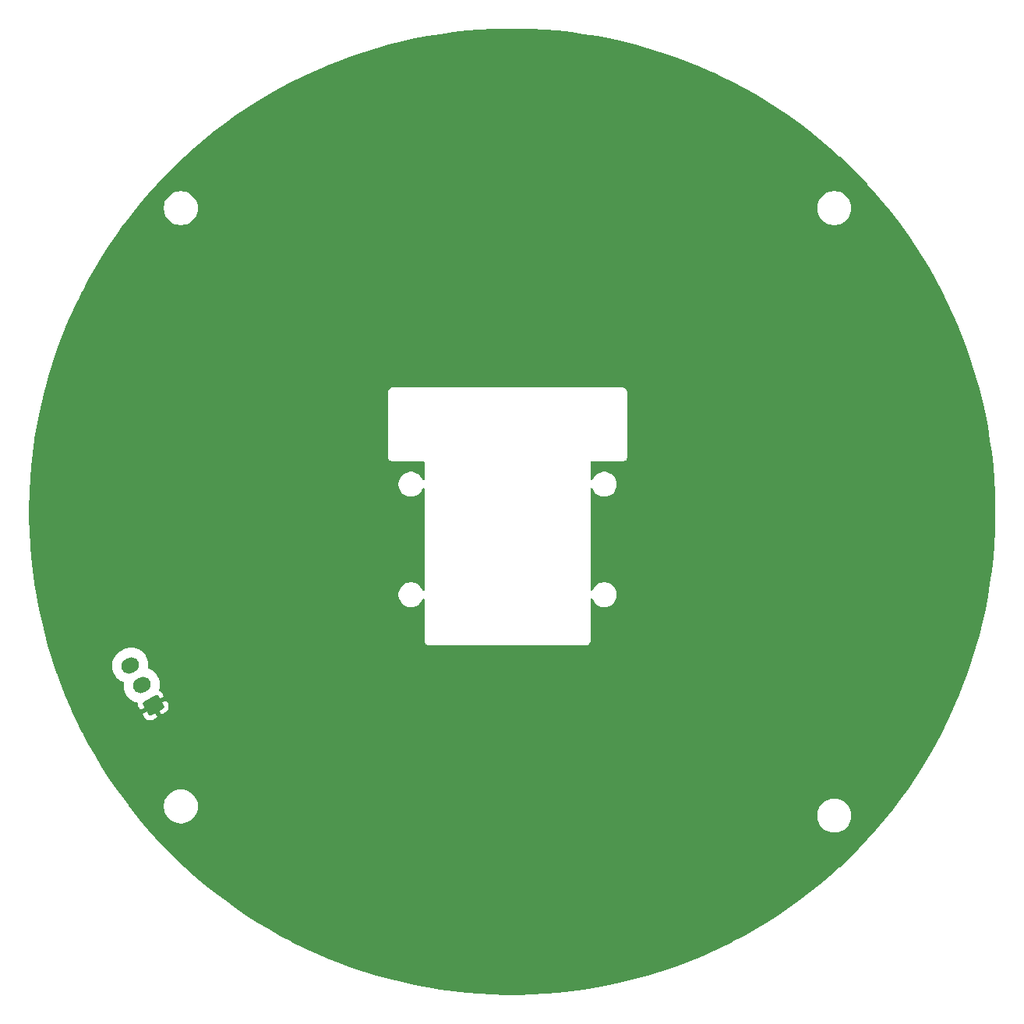
<source format=gbr>
%TF.GenerationSoftware,KiCad,Pcbnew,9.0.7-9.0.7~ubuntu24.04.1*%
%TF.CreationDate,2026-01-05T15:50:34+05:30*%
%TF.ProjectId,RPI_Cam3_RL,5250495f-4361-46d3-935f-524c2e6b6963,rev?*%
%TF.SameCoordinates,Original*%
%TF.FileFunction,Copper,L2,Bot*%
%TF.FilePolarity,Positive*%
%FSLAX46Y46*%
G04 Gerber Fmt 4.6, Leading zero omitted, Abs format (unit mm)*
G04 Created by KiCad (PCBNEW 9.0.7-9.0.7~ubuntu24.04.1) date 2026-01-05 15:50:34*
%MOMM*%
%LPD*%
G01*
G04 APERTURE LIST*
G04 Aperture macros list*
%AMRoundRect*
0 Rectangle with rounded corners*
0 $1 Rounding radius*
0 $2 $3 $4 $5 $6 $7 $8 $9 X,Y pos of 4 corners*
0 Add a 4 corners polygon primitive as box body*
4,1,4,$2,$3,$4,$5,$6,$7,$8,$9,$2,$3,0*
0 Add four circle primitives for the rounded corners*
1,1,$1+$1,$2,$3*
1,1,$1+$1,$4,$5*
1,1,$1+$1,$6,$7*
1,1,$1+$1,$8,$9*
0 Add four rect primitives between the rounded corners*
20,1,$1+$1,$2,$3,$4,$5,0*
20,1,$1+$1,$4,$5,$6,$7,0*
20,1,$1+$1,$6,$7,$8,$9,0*
20,1,$1+$1,$8,$9,$2,$3,0*%
%AMHorizOval*
0 Thick line with rounded ends*
0 $1 width*
0 $2 $3 position (X,Y) of the first rounded end (center of the circle)*
0 $4 $5 position (X,Y) of the second rounded end (center of the circle)*
0 Add line between two ends*
20,1,$1,$2,$3,$4,$5,0*
0 Add two circle primitives to create the rounded ends*
1,1,$1,$2,$3*
1,1,$1,$4,$5*%
G04 Aperture macros list end*
%TA.AperFunction,ComponentPad*%
%ADD10RoundRect,0.250000X0.927868X-0.157115X0.327868X0.882115X-0.927868X0.157115X-0.327868X-0.882115X0*%
%TD*%
%TA.AperFunction,ComponentPad*%
%ADD11HorizOval,1.700000X0.108253X0.062500X-0.108253X-0.062500X0*%
%TD*%
%TA.AperFunction,ViaPad*%
%ADD12C,1.000000*%
%TD*%
%TA.AperFunction,ViaPad*%
%ADD13C,1.500000*%
%TD*%
%TA.AperFunction,ViaPad*%
%ADD14C,0.700000*%
%TD*%
G04 APERTURE END LIST*
D10*
%TO.P,J1,1,Pin_1*%
%TO.N,GND*%
X111000000Y-129000000D03*
D11*
%TO.P,J1,2,Pin_2*%
%TO.N,/EN*%
X109750000Y-126834936D03*
%TO.P,J1,3,Pin_3*%
%TO.N,+5V*%
X108500000Y-124669873D03*
%TD*%
D12*
%TO.N,GND*%
X133000000Y-79050000D03*
D13*
X110000000Y-81000000D03*
D14*
X105000000Y-110000000D03*
D13*
X179000000Y-119000000D03*
X174000000Y-90000000D03*
D12*
X151025000Y-142401563D03*
D14*
X104000000Y-107200000D03*
D13*
X121000000Y-147000000D03*
X110000000Y-132000000D03*
X163000000Y-79000000D03*
D12*
X168000000Y-137571779D03*
D13*
X165000000Y-154000000D03*
X196000000Y-123000000D03*
X183000000Y-104000000D03*
X198000000Y-108000000D03*
X134000000Y-62000000D03*
X180000000Y-121000000D03*
X126000000Y-129000000D03*
X140000000Y-137000000D03*
X168000000Y-134000000D03*
D12*
X184590674Y-107785890D03*
D13*
X165000000Y-62000000D03*
X137000000Y-136000000D03*
D14*
X105000000Y-111000000D03*
X105000000Y-113000000D03*
D13*
X150000000Y-157000000D03*
X118000000Y-113000000D03*
X146000000Y-79000000D03*
X148000000Y-80000000D03*
X120000000Y-114000000D03*
X109000000Y-135000000D03*
X125000000Y-126000000D03*
X122000000Y-95000000D03*
X176000000Y-92000000D03*
D12*
X121239110Y-125810890D03*
D13*
X147000000Y-77000000D03*
X180000000Y-69000000D03*
X134000000Y-154000000D03*
X124000000Y-94000000D03*
X167000000Y-132000000D03*
X153000000Y-137000000D03*
X169000000Y-131000000D03*
D12*
X133909327Y-138096779D03*
D14*
X105000000Y-114000000D03*
D13*
X133000000Y-86000000D03*
X124000000Y-128000000D03*
X132000000Y-83000000D03*
X121000000Y-112000000D03*
X178000000Y-122000000D03*
D12*
X120714110Y-91720217D03*
D13*
X177000000Y-120000000D03*
X150000000Y-59000000D03*
D12*
X116409326Y-108835890D03*
D13*
X102000000Y-93000000D03*
X121000000Y-69000000D03*
X162000000Y-82000000D03*
X170000000Y-133000000D03*
X182000000Y-106000000D03*
X154000000Y-140000000D03*
X127000000Y-127000000D03*
X155000000Y-138000000D03*
X191000000Y-81000000D03*
X125000000Y-96000000D03*
X108000000Y-133000000D03*
D14*
X105000000Y-109000000D03*
D13*
X131000000Y-85000000D03*
X139000000Y-135000000D03*
X111000000Y-134000000D03*
X102000000Y-91000000D03*
D12*
X149975000Y-74220216D03*
D13*
X181000000Y-103000000D03*
X138000000Y-138000000D03*
X104000000Y-93000000D03*
X191000000Y-133000000D03*
X119000000Y-111000000D03*
D14*
X105000000Y-112000000D03*
D13*
X106000000Y-89000000D03*
X134000000Y-84000000D03*
X174000000Y-92000000D03*
X180000000Y-144000000D03*
X106000000Y-93000000D03*
X106000000Y-91000000D03*
X123000000Y-97000000D03*
X104000000Y-91000000D03*
X196000000Y-94000000D03*
X161000000Y-80000000D03*
X164000000Y-81000000D03*
X149000000Y-78000000D03*
X101000000Y-96000000D03*
X104000000Y-89000000D03*
X152000000Y-139000000D03*
X180000000Y-105000000D03*
D12*
X179760889Y-90810890D03*
D13*
X176000000Y-90000000D03*
D12*
X167090673Y-78525000D03*
%TD*%
%TA.AperFunction,Conductor*%
%TO.N,GND*%
G36*
X150712553Y-55505358D02*
G01*
X152130509Y-55543769D01*
X152133845Y-55543905D01*
X153550212Y-55620698D01*
X153553477Y-55620920D01*
X154967294Y-55736043D01*
X154970611Y-55736358D01*
X156380758Y-55889721D01*
X156384018Y-55890120D01*
X157789546Y-56081620D01*
X157792828Y-56082113D01*
X159192624Y-56311597D01*
X159195809Y-56312164D01*
X160588920Y-56579479D01*
X160592110Y-56580136D01*
X161977435Y-56885069D01*
X161980686Y-56885830D01*
X162668957Y-57056996D01*
X163357219Y-57228159D01*
X163360467Y-57229014D01*
X163942137Y-57390513D01*
X164727191Y-57608483D01*
X164730386Y-57609417D01*
X166086352Y-58025763D01*
X166089548Y-58026792D01*
X167433707Y-58479692D01*
X167436875Y-58480807D01*
X168768322Y-58969956D01*
X168771449Y-58971153D01*
X170089148Y-59496172D01*
X170092194Y-59497433D01*
X171395260Y-60057972D01*
X171398275Y-60059318D01*
X172117992Y-60392295D01*
X172685596Y-60654897D01*
X172688626Y-60656348D01*
X173959409Y-61286598D01*
X173962333Y-61288098D01*
X175215581Y-61952528D01*
X175218480Y-61954116D01*
X176453232Y-62652215D01*
X176456133Y-62653907D01*
X177671541Y-63385194D01*
X177674394Y-63386964D01*
X178869528Y-64150879D01*
X178872333Y-64152726D01*
X180046341Y-64948723D01*
X180049095Y-64950645D01*
X181201103Y-65778131D01*
X181203804Y-65780126D01*
X182333058Y-66638563D01*
X182335703Y-66640632D01*
X183441239Y-67529287D01*
X183443762Y-67531371D01*
X184524898Y-68449696D01*
X184527355Y-68451841D01*
X185407084Y-69241080D01*
X185583230Y-69399108D01*
X185585699Y-69401385D01*
X186615458Y-70376824D01*
X186617864Y-70379166D01*
X187620833Y-71382135D01*
X187623175Y-71384541D01*
X188598614Y-72414300D01*
X188600891Y-72416769D01*
X189548154Y-73472639D01*
X189550308Y-73475107D01*
X190468622Y-74556229D01*
X190470719Y-74558767D01*
X191057213Y-75288400D01*
X191359367Y-75664296D01*
X191361436Y-75666941D01*
X192219873Y-76796195D01*
X192221868Y-76798896D01*
X193049354Y-77950904D01*
X193051276Y-77953658D01*
X193847273Y-79127666D01*
X193849120Y-79130471D01*
X194613035Y-80325605D01*
X194614805Y-80328458D01*
X195346092Y-81543866D01*
X195347784Y-81546767D01*
X196045870Y-82781496D01*
X196047483Y-82784441D01*
X196711884Y-84037634D01*
X196713417Y-84040622D01*
X197343651Y-85311374D01*
X197345102Y-85314403D01*
X197940669Y-86601698D01*
X197942038Y-86604764D01*
X198502554Y-87907777D01*
X198503839Y-87910880D01*
X199028842Y-89228541D01*
X199030043Y-89231677D01*
X199519192Y-90563124D01*
X199520307Y-90566292D01*
X199973207Y-91910451D01*
X199974236Y-91913647D01*
X200390578Y-93269599D01*
X200391520Y-93272822D01*
X200770985Y-94639532D01*
X200771840Y-94642780D01*
X201114166Y-96019304D01*
X201114932Y-96022574D01*
X201419853Y-97407840D01*
X201420530Y-97411129D01*
X201687824Y-98804130D01*
X201688412Y-98807436D01*
X201917883Y-100207152D01*
X201918382Y-100210473D01*
X202109874Y-101615945D01*
X202110282Y-101619278D01*
X202263639Y-103029375D01*
X202263957Y-103032718D01*
X202379076Y-104446479D01*
X202379303Y-104449830D01*
X202456093Y-105866145D01*
X202456230Y-105869500D01*
X202494642Y-107287446D01*
X202494687Y-107290804D01*
X202494687Y-108709195D01*
X202494642Y-108712553D01*
X202456230Y-110130499D01*
X202456093Y-110133854D01*
X202379303Y-111550169D01*
X202379076Y-111553520D01*
X202263957Y-112967281D01*
X202263639Y-112970624D01*
X202110282Y-114380721D01*
X202109874Y-114384054D01*
X201918382Y-115789526D01*
X201917883Y-115792847D01*
X201688412Y-117192563D01*
X201687824Y-117195869D01*
X201420530Y-118588870D01*
X201419853Y-118592159D01*
X201114932Y-119977425D01*
X201114166Y-119980695D01*
X200771840Y-121357219D01*
X200770985Y-121360467D01*
X200391520Y-122727177D01*
X200390578Y-122730400D01*
X199974236Y-124086352D01*
X199973207Y-124089548D01*
X199520307Y-125433707D01*
X199519192Y-125436875D01*
X199030043Y-126768322D01*
X199028842Y-126771458D01*
X198503839Y-128089119D01*
X198502554Y-128092222D01*
X197942038Y-129395235D01*
X197940669Y-129398301D01*
X197345102Y-130685596D01*
X197343651Y-130688625D01*
X196713417Y-131959377D01*
X196711884Y-131962365D01*
X196047483Y-133215558D01*
X196045870Y-133218503D01*
X195347784Y-134453232D01*
X195346092Y-134456133D01*
X194614805Y-135671541D01*
X194613035Y-135674394D01*
X193849120Y-136869528D01*
X193847273Y-136872333D01*
X193051276Y-138046341D01*
X193049354Y-138049095D01*
X192221868Y-139201103D01*
X192219873Y-139203804D01*
X191361436Y-140333058D01*
X191359367Y-140335703D01*
X190470740Y-141441206D01*
X190468601Y-141443795D01*
X189550335Y-142524861D01*
X189548127Y-142527391D01*
X188600891Y-143583230D01*
X188598614Y-143585699D01*
X187623175Y-144615458D01*
X187620833Y-144617864D01*
X186617864Y-145620833D01*
X186615458Y-145623175D01*
X185585699Y-146598614D01*
X185583230Y-146600891D01*
X184527391Y-147548127D01*
X184524861Y-147550335D01*
X183443795Y-148468601D01*
X183441206Y-148470740D01*
X182335703Y-149359367D01*
X182333058Y-149361436D01*
X181203804Y-150219873D01*
X181201103Y-150221868D01*
X180049095Y-151049354D01*
X180046341Y-151051276D01*
X178872333Y-151847273D01*
X178869528Y-151849120D01*
X177674394Y-152613035D01*
X177671541Y-152614805D01*
X176456133Y-153346092D01*
X176453232Y-153347784D01*
X175218503Y-154045870D01*
X175215558Y-154047483D01*
X173962365Y-154711884D01*
X173959377Y-154713417D01*
X172688625Y-155343651D01*
X172685596Y-155345102D01*
X171398301Y-155940669D01*
X171395235Y-155942038D01*
X170092222Y-156502554D01*
X170089119Y-156503839D01*
X168771458Y-157028842D01*
X168768322Y-157030043D01*
X167436875Y-157519192D01*
X167433707Y-157520307D01*
X166089548Y-157973207D01*
X166086352Y-157974236D01*
X164730400Y-158390578D01*
X164727177Y-158391520D01*
X163360467Y-158770985D01*
X163357219Y-158771840D01*
X161980695Y-159114166D01*
X161977425Y-159114932D01*
X160592159Y-159419853D01*
X160588870Y-159420530D01*
X159195869Y-159687824D01*
X159192563Y-159688412D01*
X157792847Y-159917883D01*
X157789526Y-159918382D01*
X156384054Y-160109874D01*
X156380721Y-160110282D01*
X154970624Y-160263639D01*
X154967281Y-160263957D01*
X153553520Y-160379076D01*
X153550169Y-160379303D01*
X152133854Y-160456093D01*
X152130499Y-160456230D01*
X150712553Y-160494642D01*
X150709195Y-160494687D01*
X149290805Y-160494687D01*
X149287447Y-160494642D01*
X147869500Y-160456230D01*
X147866145Y-160456093D01*
X146449830Y-160379303D01*
X146446479Y-160379076D01*
X145032718Y-160263957D01*
X145029375Y-160263639D01*
X143619278Y-160110282D01*
X143615945Y-160109874D01*
X142210473Y-159918382D01*
X142207152Y-159917883D01*
X140807436Y-159688412D01*
X140804130Y-159687824D01*
X139411129Y-159420530D01*
X139407840Y-159419853D01*
X138022574Y-159114932D01*
X138019304Y-159114166D01*
X136642780Y-158771840D01*
X136639532Y-158770985D01*
X135272822Y-158391520D01*
X135269599Y-158390578D01*
X133913647Y-157974236D01*
X133910451Y-157973207D01*
X132566292Y-157520307D01*
X132563124Y-157519192D01*
X131231677Y-157030043D01*
X131228541Y-157028842D01*
X129910880Y-156503839D01*
X129907777Y-156502554D01*
X128604764Y-155942038D01*
X128601698Y-155940669D01*
X127314403Y-155345102D01*
X127311374Y-155343651D01*
X126040622Y-154713417D01*
X126037634Y-154711884D01*
X124784441Y-154047483D01*
X124781496Y-154045870D01*
X123546767Y-153347784D01*
X123543866Y-153346092D01*
X122328458Y-152614805D01*
X122325605Y-152613035D01*
X121130471Y-151849120D01*
X121127666Y-151847273D01*
X119953658Y-151051276D01*
X119950904Y-151049354D01*
X118798896Y-150221868D01*
X118796195Y-150219873D01*
X117666941Y-149361436D01*
X117664296Y-149359367D01*
X117288400Y-149057213D01*
X116558767Y-148470719D01*
X116556229Y-148468622D01*
X115475107Y-147550308D01*
X115472639Y-147548154D01*
X114416769Y-146600891D01*
X114414300Y-146598614D01*
X113384541Y-145623175D01*
X113382135Y-145620833D01*
X112379166Y-144617864D01*
X112376824Y-144615458D01*
X111401385Y-143585699D01*
X111399108Y-143583230D01*
X111241080Y-143407084D01*
X110451841Y-142527355D01*
X110449696Y-142524898D01*
X109531371Y-141443762D01*
X109529287Y-141441239D01*
X108640632Y-140335703D01*
X108638563Y-140333058D01*
X108347138Y-139949695D01*
X108293177Y-139878711D01*
X112149500Y-139878711D01*
X112149500Y-140121288D01*
X112181161Y-140361785D01*
X112243947Y-140596104D01*
X112261390Y-140638214D01*
X112336776Y-140820212D01*
X112458064Y-141030289D01*
X112458066Y-141030292D01*
X112458067Y-141030293D01*
X112605733Y-141222736D01*
X112605739Y-141222743D01*
X112777256Y-141394260D01*
X112777262Y-141394265D01*
X112969711Y-141541936D01*
X113179788Y-141663224D01*
X113403900Y-141756054D01*
X113638211Y-141818838D01*
X113818586Y-141842584D01*
X113878711Y-141850500D01*
X113878712Y-141850500D01*
X114121289Y-141850500D01*
X114169388Y-141844167D01*
X114361789Y-141818838D01*
X114596100Y-141756054D01*
X114820212Y-141663224D01*
X115030289Y-141541936D01*
X115222738Y-141394265D01*
X115394265Y-141222738D01*
X115541936Y-141030289D01*
X115629450Y-140878711D01*
X183149500Y-140878711D01*
X183149500Y-141121288D01*
X183181161Y-141361785D01*
X183243947Y-141596104D01*
X183271750Y-141663226D01*
X183336776Y-141820212D01*
X183458064Y-142030289D01*
X183458066Y-142030292D01*
X183458067Y-142030293D01*
X183605733Y-142222736D01*
X183605739Y-142222743D01*
X183777256Y-142394260D01*
X183777262Y-142394265D01*
X183969711Y-142541936D01*
X184179788Y-142663224D01*
X184403900Y-142756054D01*
X184638211Y-142818838D01*
X184818586Y-142842584D01*
X184878711Y-142850500D01*
X184878712Y-142850500D01*
X185121289Y-142850500D01*
X185169388Y-142844167D01*
X185361789Y-142818838D01*
X185596100Y-142756054D01*
X185820212Y-142663224D01*
X186030289Y-142541936D01*
X186222738Y-142394265D01*
X186394265Y-142222738D01*
X186541936Y-142030289D01*
X186663224Y-141820212D01*
X186756054Y-141596100D01*
X186818838Y-141361789D01*
X186850500Y-141121288D01*
X186850500Y-140878712D01*
X186818838Y-140638211D01*
X186756054Y-140403900D01*
X186663224Y-140179788D01*
X186541936Y-139969711D01*
X186394265Y-139777262D01*
X186394260Y-139777256D01*
X186222743Y-139605739D01*
X186222736Y-139605733D01*
X186030293Y-139458067D01*
X186030292Y-139458066D01*
X186030289Y-139458064D01*
X185820212Y-139336776D01*
X185820205Y-139336773D01*
X185596104Y-139243947D01*
X185361785Y-139181161D01*
X185121289Y-139149500D01*
X185121288Y-139149500D01*
X184878712Y-139149500D01*
X184878711Y-139149500D01*
X184638214Y-139181161D01*
X184403895Y-139243947D01*
X184179794Y-139336773D01*
X184179785Y-139336777D01*
X183969706Y-139458067D01*
X183777263Y-139605733D01*
X183777256Y-139605739D01*
X183605739Y-139777256D01*
X183605733Y-139777263D01*
X183458067Y-139969706D01*
X183336777Y-140179785D01*
X183336773Y-140179794D01*
X183243947Y-140403895D01*
X183181161Y-140638214D01*
X183149500Y-140878711D01*
X115629450Y-140878711D01*
X115663224Y-140820212D01*
X115756054Y-140596100D01*
X115818838Y-140361789D01*
X115850500Y-140121288D01*
X115850500Y-139878712D01*
X115818838Y-139638211D01*
X115756054Y-139403900D01*
X115663224Y-139179788D01*
X115541936Y-138969711D01*
X115394265Y-138777262D01*
X115394260Y-138777256D01*
X115222743Y-138605739D01*
X115222736Y-138605733D01*
X115030293Y-138458067D01*
X115030292Y-138458066D01*
X115030289Y-138458064D01*
X114820212Y-138336776D01*
X114820205Y-138336773D01*
X114596104Y-138243947D01*
X114361785Y-138181161D01*
X114121289Y-138149500D01*
X114121288Y-138149500D01*
X113878712Y-138149500D01*
X113878711Y-138149500D01*
X113638214Y-138181161D01*
X113403895Y-138243947D01*
X113179794Y-138336773D01*
X113179785Y-138336777D01*
X112969706Y-138458067D01*
X112777263Y-138605733D01*
X112777256Y-138605739D01*
X112605739Y-138777256D01*
X112605733Y-138777263D01*
X112458067Y-138969706D01*
X112336777Y-139179785D01*
X112336773Y-139179794D01*
X112243947Y-139403895D01*
X112181161Y-139638214D01*
X112149500Y-139878711D01*
X108293177Y-139878711D01*
X107780126Y-139203804D01*
X107778131Y-139201103D01*
X106950645Y-138049095D01*
X106948723Y-138046341D01*
X106152726Y-136872333D01*
X106150879Y-136869528D01*
X105386964Y-135674394D01*
X105385194Y-135671541D01*
X104653907Y-134456133D01*
X104652215Y-134453232D01*
X103954129Y-133218503D01*
X103952516Y-133215558D01*
X103530722Y-132419970D01*
X103288098Y-131962333D01*
X103286598Y-131959409D01*
X102656348Y-130688625D01*
X102654897Y-130685596D01*
X102348620Y-130023590D01*
X102059318Y-129398275D01*
X102057961Y-129395235D01*
X101497433Y-128092194D01*
X101496160Y-128089119D01*
X101478977Y-128045994D01*
X100971153Y-126771449D01*
X100969956Y-126768322D01*
X100874688Y-126509007D01*
X100523317Y-125552586D01*
X100480807Y-125436875D01*
X100479692Y-125433707D01*
X100365287Y-125094166D01*
X100202518Y-124611085D01*
X106541247Y-124611085D01*
X106541247Y-124853669D01*
X106565732Y-125039643D01*
X106572910Y-125094164D01*
X106576942Y-125109211D01*
X106635692Y-125328473D01*
X106728527Y-125552593D01*
X106728528Y-125552594D01*
X106849811Y-125762662D01*
X106997477Y-125955105D01*
X106997482Y-125955111D01*
X107169005Y-126126634D01*
X107169011Y-126126639D01*
X107361460Y-126274310D01*
X107496476Y-126352262D01*
X107571529Y-126395594D01*
X107571534Y-126395596D01*
X107571537Y-126395598D01*
X107607864Y-126410645D01*
X107739489Y-126465166D01*
X107793892Y-126509007D01*
X107815957Y-126575301D01*
X107814975Y-126595912D01*
X107791247Y-126776148D01*
X107791247Y-127018732D01*
X107806453Y-127134226D01*
X107822910Y-127259227D01*
X107822911Y-127259229D01*
X107885692Y-127493536D01*
X107978527Y-127717656D01*
X107978528Y-127717657D01*
X108099811Y-127927725D01*
X108247477Y-128120168D01*
X108247482Y-128120174D01*
X108419005Y-128291697D01*
X108419011Y-128291702D01*
X108611460Y-128439373D01*
X108746476Y-128517325D01*
X108821529Y-128560657D01*
X108821534Y-128560659D01*
X108821537Y-128560661D01*
X109045648Y-128653491D01*
X109230439Y-128703005D01*
X109290099Y-128739370D01*
X109320628Y-128802217D01*
X109322293Y-128826385D01*
X109319898Y-128908697D01*
X109355352Y-129080397D01*
X109397626Y-129174607D01*
X109397630Y-129174615D01*
X109597611Y-129520992D01*
X109597612Y-129520992D01*
X110497163Y-129001638D01*
X110525000Y-128985566D01*
X110525000Y-129062535D01*
X110557370Y-129183343D01*
X110619905Y-129291657D01*
X110708343Y-129380095D01*
X110774997Y-129418577D01*
X109847612Y-129954004D01*
X109847612Y-129954005D01*
X110047600Y-130300394D01*
X110108046Y-130384103D01*
X110108049Y-130384107D01*
X110239020Y-130500661D01*
X110393346Y-130583873D01*
X110562692Y-130629249D01*
X110737945Y-130634348D01*
X110909644Y-130598894D01*
X111003838Y-130556628D01*
X111003853Y-130556620D01*
X111458492Y-130294133D01*
X111458492Y-130294132D01*
X110985566Y-129475000D01*
X111062535Y-129475000D01*
X111183343Y-129442630D01*
X111291657Y-129380095D01*
X111380095Y-129291657D01*
X111418578Y-129225001D01*
X111891504Y-130044132D01*
X111891505Y-130044132D01*
X112346145Y-129781646D01*
X112429858Y-129721198D01*
X112429860Y-129721197D01*
X112546414Y-129590226D01*
X112629626Y-129435900D01*
X112675002Y-129266554D01*
X112680101Y-129091301D01*
X112644647Y-128919602D01*
X112602373Y-128825392D01*
X112602369Y-128825384D01*
X112402387Y-128479006D01*
X112402386Y-128479006D01*
X111475000Y-129014431D01*
X111475000Y-128937465D01*
X111442630Y-128816657D01*
X111380095Y-128708343D01*
X111291657Y-128619905D01*
X111225000Y-128581420D01*
X112152386Y-128045994D01*
X112152386Y-128045993D01*
X111952399Y-127699605D01*
X111891953Y-127615896D01*
X111891950Y-127615892D01*
X111760979Y-127499338D01*
X111688499Y-127460257D01*
X111638833Y-127411113D01*
X111623621Y-127342920D01*
X111627573Y-127319025D01*
X111677091Y-127134224D01*
X111708754Y-126893723D01*
X111708753Y-126651147D01*
X111677090Y-126410645D01*
X111614307Y-126176334D01*
X111521477Y-125952223D01*
X111521475Y-125952220D01*
X111521473Y-125952215D01*
X111478141Y-125877162D01*
X111400189Y-125742146D01*
X111252518Y-125549697D01*
X111252517Y-125549696D01*
X111080995Y-125378174D01*
X111080988Y-125378168D01*
X110888539Y-125230498D01*
X110678470Y-125109214D01*
X110678459Y-125109209D01*
X110510511Y-125039643D01*
X110456108Y-124995802D01*
X110434043Y-124929508D01*
X110435025Y-124908896D01*
X110458753Y-124728667D01*
X110458754Y-124728660D01*
X110458753Y-124486084D01*
X110427090Y-124245582D01*
X110364307Y-124011271D01*
X110271477Y-123787160D01*
X110271475Y-123787157D01*
X110271473Y-123787152D01*
X110228141Y-123712099D01*
X110150189Y-123577083D01*
X110002518Y-123384634D01*
X109955987Y-123338103D01*
X109830995Y-123213111D01*
X109830988Y-123213105D01*
X109638539Y-123065435D01*
X109428470Y-122944151D01*
X109428454Y-122944143D01*
X109204350Y-122851317D01*
X109087197Y-122819926D01*
X108970042Y-122788535D01*
X108970036Y-122788534D01*
X108970031Y-122788533D01*
X108729541Y-122756873D01*
X108729540Y-122756873D01*
X108486964Y-122756873D01*
X108486956Y-122756873D01*
X108258041Y-122787011D01*
X108246463Y-122788536D01*
X108168359Y-122809463D01*
X108012157Y-122851317D01*
X108012143Y-122851322D01*
X107788044Y-122944147D01*
X107788033Y-122944152D01*
X107361464Y-123190433D01*
X107361448Y-123190444D01*
X107169014Y-123338103D01*
X107169008Y-123338108D01*
X106997485Y-123509631D01*
X106997479Y-123509638D01*
X106849813Y-123702081D01*
X106728525Y-123912155D01*
X106728520Y-123912166D01*
X106635695Y-124136264D01*
X106635692Y-124136274D01*
X106572910Y-124370582D01*
X106572907Y-124370595D01*
X106541247Y-124611085D01*
X100202518Y-124611085D01*
X100026790Y-124089542D01*
X100025763Y-124086352D01*
X100002710Y-124011271D01*
X99609417Y-122730386D01*
X99608479Y-122727177D01*
X99545542Y-122500500D01*
X99229014Y-121360467D01*
X99228159Y-121357219D01*
X98885833Y-119980695D01*
X98885067Y-119977425D01*
X98580136Y-118592110D01*
X98579479Y-118588920D01*
X98312164Y-117195809D01*
X98311597Y-117192624D01*
X98082113Y-115792828D01*
X98081617Y-115789526D01*
X98067070Y-115682754D01*
X97890120Y-114384018D01*
X97889721Y-114380758D01*
X97736358Y-112970611D01*
X97736042Y-112967281D01*
X97626329Y-111619909D01*
X97620920Y-111553477D01*
X97620698Y-111550212D01*
X97543905Y-110133845D01*
X97543769Y-110130499D01*
X97505358Y-108712553D01*
X97505313Y-108709195D01*
X97505313Y-107290804D01*
X97505358Y-107287446D01*
X97531640Y-106317246D01*
X97543769Y-105869487D01*
X97543906Y-105866145D01*
X97552490Y-105707820D01*
X97620699Y-104449782D01*
X97620919Y-104446527D01*
X97736043Y-103032698D01*
X97736360Y-103029375D01*
X97797588Y-102466391D01*
X97889722Y-101619232D01*
X97890119Y-101615990D01*
X98081621Y-100210443D01*
X98082116Y-100207152D01*
X98106314Y-100059551D01*
X98311600Y-98807362D01*
X98312161Y-98804203D01*
X98579482Y-97411064D01*
X98580132Y-97407903D01*
X98885073Y-96022548D01*
X98885833Y-96019304D01*
X99155709Y-94934108D01*
X136499500Y-94934108D01*
X136499500Y-102065891D01*
X136533608Y-102193187D01*
X136566554Y-102250250D01*
X136599500Y-102307314D01*
X136692686Y-102400500D01*
X136806814Y-102466392D01*
X136934108Y-102500500D01*
X140375500Y-102500500D01*
X140442539Y-102520185D01*
X140488294Y-102572989D01*
X140499500Y-102624500D01*
X140499500Y-104461773D01*
X140479815Y-104528812D01*
X140427011Y-104574567D01*
X140357853Y-104584511D01*
X140294297Y-104555486D01*
X140257570Y-104500094D01*
X140251557Y-104481588D01*
X140155051Y-104292184D01*
X140155049Y-104292181D01*
X140155048Y-104292179D01*
X140030109Y-104120213D01*
X139879786Y-103969890D01*
X139707820Y-103844951D01*
X139518414Y-103748444D01*
X139518413Y-103748443D01*
X139518412Y-103748443D01*
X139316243Y-103682754D01*
X139316241Y-103682753D01*
X139316240Y-103682753D01*
X139154957Y-103657208D01*
X139106287Y-103649500D01*
X138893713Y-103649500D01*
X138845042Y-103657208D01*
X138683760Y-103682753D01*
X138481585Y-103748444D01*
X138292179Y-103844951D01*
X138120213Y-103969890D01*
X137969890Y-104120213D01*
X137844951Y-104292179D01*
X137748444Y-104481585D01*
X137682753Y-104683760D01*
X137649500Y-104893713D01*
X137649500Y-105106287D01*
X137682754Y-105316243D01*
X137734075Y-105474193D01*
X137748444Y-105518414D01*
X137844951Y-105707820D01*
X137969890Y-105879786D01*
X138120213Y-106030109D01*
X138292179Y-106155048D01*
X138292181Y-106155049D01*
X138292184Y-106155051D01*
X138481588Y-106251557D01*
X138683757Y-106317246D01*
X138893713Y-106350500D01*
X138893714Y-106350500D01*
X139106286Y-106350500D01*
X139106287Y-106350500D01*
X139316243Y-106317246D01*
X139518412Y-106251557D01*
X139707816Y-106155051D01*
X139729789Y-106139086D01*
X139879786Y-106030109D01*
X139879788Y-106030106D01*
X139879792Y-106030104D01*
X140030104Y-105879792D01*
X140030106Y-105879788D01*
X140030109Y-105879786D01*
X140155048Y-105707820D01*
X140155047Y-105707820D01*
X140155051Y-105707816D01*
X140251557Y-105518412D01*
X140257569Y-105499907D01*
X140297006Y-105442232D01*
X140361365Y-105415034D01*
X140430211Y-105426949D01*
X140481687Y-105474193D01*
X140499500Y-105538226D01*
X140499500Y-116461773D01*
X140479815Y-116528812D01*
X140427011Y-116574567D01*
X140357853Y-116584511D01*
X140294297Y-116555486D01*
X140257570Y-116500094D01*
X140251557Y-116481588D01*
X140155051Y-116292184D01*
X140155049Y-116292181D01*
X140155048Y-116292179D01*
X140030109Y-116120213D01*
X139879786Y-115969890D01*
X139707820Y-115844951D01*
X139518414Y-115748444D01*
X139518413Y-115748443D01*
X139518412Y-115748443D01*
X139316243Y-115682754D01*
X139316241Y-115682753D01*
X139316240Y-115682753D01*
X139154957Y-115657208D01*
X139106287Y-115649500D01*
X138893713Y-115649500D01*
X138845042Y-115657208D01*
X138683760Y-115682753D01*
X138481585Y-115748444D01*
X138292179Y-115844951D01*
X138120213Y-115969890D01*
X137969890Y-116120213D01*
X137844951Y-116292179D01*
X137748444Y-116481585D01*
X137682753Y-116683760D01*
X137649500Y-116893713D01*
X137649500Y-117106287D01*
X137682754Y-117316243D01*
X137734075Y-117474193D01*
X137748444Y-117518414D01*
X137844951Y-117707820D01*
X137969890Y-117879786D01*
X138120213Y-118030109D01*
X138292179Y-118155048D01*
X138292181Y-118155049D01*
X138292184Y-118155051D01*
X138481588Y-118251557D01*
X138683757Y-118317246D01*
X138893713Y-118350500D01*
X138893714Y-118350500D01*
X139106286Y-118350500D01*
X139106287Y-118350500D01*
X139316243Y-118317246D01*
X139518412Y-118251557D01*
X139707816Y-118155051D01*
X139729789Y-118139086D01*
X139879786Y-118030109D01*
X139879788Y-118030106D01*
X139879792Y-118030104D01*
X140030104Y-117879792D01*
X140030106Y-117879788D01*
X140030109Y-117879786D01*
X140155048Y-117707820D01*
X140155047Y-117707820D01*
X140155051Y-117707816D01*
X140251557Y-117518412D01*
X140257569Y-117499907D01*
X140297006Y-117442232D01*
X140361365Y-117415034D01*
X140430211Y-117426949D01*
X140481687Y-117474193D01*
X140499500Y-117538226D01*
X140499500Y-122065891D01*
X140533608Y-122193187D01*
X140566554Y-122250250D01*
X140599500Y-122307314D01*
X140692686Y-122400500D01*
X140806814Y-122466392D01*
X140934108Y-122500500D01*
X140934110Y-122500500D01*
X158065890Y-122500500D01*
X158065892Y-122500500D01*
X158193186Y-122466392D01*
X158307314Y-122400500D01*
X158400500Y-122307314D01*
X158466392Y-122193186D01*
X158500500Y-122065892D01*
X158500500Y-117538226D01*
X158520185Y-117471187D01*
X158572989Y-117425432D01*
X158642147Y-117415488D01*
X158705703Y-117444513D01*
X158742431Y-117499908D01*
X158748444Y-117518414D01*
X158844951Y-117707820D01*
X158969890Y-117879786D01*
X159120213Y-118030109D01*
X159292179Y-118155048D01*
X159292181Y-118155049D01*
X159292184Y-118155051D01*
X159481588Y-118251557D01*
X159683757Y-118317246D01*
X159893713Y-118350500D01*
X159893714Y-118350500D01*
X160106286Y-118350500D01*
X160106287Y-118350500D01*
X160316243Y-118317246D01*
X160518412Y-118251557D01*
X160707816Y-118155051D01*
X160729789Y-118139086D01*
X160879786Y-118030109D01*
X160879788Y-118030106D01*
X160879792Y-118030104D01*
X161030104Y-117879792D01*
X161030106Y-117879788D01*
X161030109Y-117879786D01*
X161155048Y-117707820D01*
X161155047Y-117707820D01*
X161155051Y-117707816D01*
X161251557Y-117518412D01*
X161317246Y-117316243D01*
X161350500Y-117106287D01*
X161350500Y-116893713D01*
X161317246Y-116683757D01*
X161251557Y-116481588D01*
X161155051Y-116292184D01*
X161155049Y-116292181D01*
X161155048Y-116292179D01*
X161030109Y-116120213D01*
X160879786Y-115969890D01*
X160707820Y-115844951D01*
X160518414Y-115748444D01*
X160518413Y-115748443D01*
X160518412Y-115748443D01*
X160316243Y-115682754D01*
X160316241Y-115682753D01*
X160316240Y-115682753D01*
X160154957Y-115657208D01*
X160106287Y-115649500D01*
X159893713Y-115649500D01*
X159845042Y-115657208D01*
X159683760Y-115682753D01*
X159481585Y-115748444D01*
X159292179Y-115844951D01*
X159120213Y-115969890D01*
X158969890Y-116120213D01*
X158844951Y-116292179D01*
X158748445Y-116481582D01*
X158748443Y-116481587D01*
X158748443Y-116481588D01*
X158742429Y-116500094D01*
X158702992Y-116557768D01*
X158638633Y-116584965D01*
X158569787Y-116573050D01*
X158518312Y-116525805D01*
X158500500Y-116461773D01*
X158500500Y-105538226D01*
X158520185Y-105471187D01*
X158572989Y-105425432D01*
X158642147Y-105415488D01*
X158705703Y-105444513D01*
X158742431Y-105499908D01*
X158748444Y-105518414D01*
X158844951Y-105707820D01*
X158969890Y-105879786D01*
X159120213Y-106030109D01*
X159292179Y-106155048D01*
X159292181Y-106155049D01*
X159292184Y-106155051D01*
X159481588Y-106251557D01*
X159683757Y-106317246D01*
X159893713Y-106350500D01*
X159893714Y-106350500D01*
X160106286Y-106350500D01*
X160106287Y-106350500D01*
X160316243Y-106317246D01*
X160518412Y-106251557D01*
X160707816Y-106155051D01*
X160729789Y-106139086D01*
X160879786Y-106030109D01*
X160879788Y-106030106D01*
X160879792Y-106030104D01*
X161030104Y-105879792D01*
X161030106Y-105879788D01*
X161030109Y-105879786D01*
X161155048Y-105707820D01*
X161155047Y-105707820D01*
X161155051Y-105707816D01*
X161251557Y-105518412D01*
X161317246Y-105316243D01*
X161350500Y-105106287D01*
X161350500Y-104893713D01*
X161317246Y-104683757D01*
X161251557Y-104481588D01*
X161155051Y-104292184D01*
X161155049Y-104292181D01*
X161155048Y-104292179D01*
X161030109Y-104120213D01*
X160879786Y-103969890D01*
X160707820Y-103844951D01*
X160518414Y-103748444D01*
X160518413Y-103748443D01*
X160518412Y-103748443D01*
X160316243Y-103682754D01*
X160316241Y-103682753D01*
X160316240Y-103682753D01*
X160154957Y-103657208D01*
X160106287Y-103649500D01*
X159893713Y-103649500D01*
X159845042Y-103657208D01*
X159683760Y-103682753D01*
X159481585Y-103748444D01*
X159292179Y-103844951D01*
X159120213Y-103969890D01*
X158969890Y-104120213D01*
X158844951Y-104292179D01*
X158748445Y-104481582D01*
X158748443Y-104481587D01*
X158748443Y-104481588D01*
X158742429Y-104500094D01*
X158702992Y-104557768D01*
X158638633Y-104584965D01*
X158569787Y-104573050D01*
X158518312Y-104525805D01*
X158500500Y-104461773D01*
X158500500Y-102624500D01*
X158520185Y-102557461D01*
X158572989Y-102511706D01*
X158624500Y-102500500D01*
X162065890Y-102500500D01*
X162065892Y-102500500D01*
X162193186Y-102466392D01*
X162307314Y-102400500D01*
X162400500Y-102307314D01*
X162466392Y-102193186D01*
X162500500Y-102065892D01*
X162500500Y-94934108D01*
X162466392Y-94806814D01*
X162400500Y-94692686D01*
X162307314Y-94599500D01*
X162250250Y-94566554D01*
X162193187Y-94533608D01*
X162129539Y-94516554D01*
X162065892Y-94499500D01*
X137065892Y-94499500D01*
X136934108Y-94499500D01*
X136806812Y-94533608D01*
X136692686Y-94599500D01*
X136692683Y-94599502D01*
X136599502Y-94692683D01*
X136599500Y-94692686D01*
X136533608Y-94806812D01*
X136499500Y-94934108D01*
X99155709Y-94934108D01*
X99228161Y-94642771D01*
X99229014Y-94639532D01*
X99608479Y-93272822D01*
X99609411Y-93269633D01*
X100025771Y-91913619D01*
X100026792Y-91910451D01*
X100479692Y-90566292D01*
X100480807Y-90563124D01*
X100969968Y-89231643D01*
X100971143Y-89228575D01*
X101496182Y-87910825D01*
X101497422Y-87907831D01*
X102057984Y-86604711D01*
X102059305Y-86601751D01*
X102654910Y-85314375D01*
X102656348Y-85311374D01*
X102871196Y-84878173D01*
X103286613Y-84040560D01*
X103288082Y-84037696D01*
X103952545Y-82784387D01*
X103954098Y-82781550D01*
X104652240Y-81546724D01*
X104653881Y-81543909D01*
X105385200Y-80328447D01*
X105386964Y-80325605D01*
X106150879Y-79130471D01*
X106152726Y-79127666D01*
X106948723Y-77953658D01*
X106950645Y-77950904D01*
X107763807Y-76818838D01*
X107778151Y-76798868D01*
X107780105Y-76796222D01*
X108638587Y-75666909D01*
X108640606Y-75664328D01*
X109272102Y-74878711D01*
X112149500Y-74878711D01*
X112149500Y-75121288D01*
X112181161Y-75361785D01*
X112243947Y-75596104D01*
X112272747Y-75665633D01*
X112336776Y-75820212D01*
X112458064Y-76030289D01*
X112458066Y-76030292D01*
X112458067Y-76030293D01*
X112605733Y-76222736D01*
X112605739Y-76222743D01*
X112777256Y-76394260D01*
X112777262Y-76394265D01*
X112969711Y-76541936D01*
X113179788Y-76663224D01*
X113403900Y-76756054D01*
X113638211Y-76818838D01*
X113818586Y-76842584D01*
X113878711Y-76850500D01*
X113878712Y-76850500D01*
X114121289Y-76850500D01*
X114169388Y-76844167D01*
X114361789Y-76818838D01*
X114596100Y-76756054D01*
X114820212Y-76663224D01*
X115030289Y-76541936D01*
X115222738Y-76394265D01*
X115394265Y-76222738D01*
X115541936Y-76030289D01*
X115663224Y-75820212D01*
X115756054Y-75596100D01*
X115818838Y-75361789D01*
X115850500Y-75121288D01*
X115850500Y-74878712D01*
X115850500Y-74878711D01*
X183149500Y-74878711D01*
X183149500Y-75121288D01*
X183181161Y-75361785D01*
X183243947Y-75596104D01*
X183272747Y-75665633D01*
X183336776Y-75820212D01*
X183458064Y-76030289D01*
X183458066Y-76030292D01*
X183458067Y-76030293D01*
X183605733Y-76222736D01*
X183605739Y-76222743D01*
X183777256Y-76394260D01*
X183777262Y-76394265D01*
X183969711Y-76541936D01*
X184179788Y-76663224D01*
X184403900Y-76756054D01*
X184638211Y-76818838D01*
X184818586Y-76842584D01*
X184878711Y-76850500D01*
X184878712Y-76850500D01*
X185121289Y-76850500D01*
X185169388Y-76844167D01*
X185361789Y-76818838D01*
X185596100Y-76756054D01*
X185820212Y-76663224D01*
X186030289Y-76541936D01*
X186222738Y-76394265D01*
X186394265Y-76222738D01*
X186541936Y-76030289D01*
X186663224Y-75820212D01*
X186756054Y-75596100D01*
X186818838Y-75361789D01*
X186850500Y-75121288D01*
X186850500Y-74878712D01*
X186818838Y-74638211D01*
X186756054Y-74403900D01*
X186663224Y-74179788D01*
X186541936Y-73969711D01*
X186394265Y-73777262D01*
X186394260Y-73777256D01*
X186222743Y-73605739D01*
X186222736Y-73605733D01*
X186030293Y-73458067D01*
X186030292Y-73458066D01*
X186030289Y-73458064D01*
X185820212Y-73336776D01*
X185820205Y-73336773D01*
X185596104Y-73243947D01*
X185361785Y-73181161D01*
X185121289Y-73149500D01*
X185121288Y-73149500D01*
X184878712Y-73149500D01*
X184878711Y-73149500D01*
X184638214Y-73181161D01*
X184403895Y-73243947D01*
X184179794Y-73336773D01*
X184179785Y-73336777D01*
X183969706Y-73458067D01*
X183777263Y-73605733D01*
X183777256Y-73605739D01*
X183605739Y-73777256D01*
X183605733Y-73777263D01*
X183458067Y-73969706D01*
X183336777Y-74179785D01*
X183336773Y-74179794D01*
X183243947Y-74403895D01*
X183181161Y-74638214D01*
X183149500Y-74878711D01*
X115850500Y-74878711D01*
X115818838Y-74638211D01*
X115756054Y-74403900D01*
X115663224Y-74179788D01*
X115541936Y-73969711D01*
X115394265Y-73777262D01*
X115394260Y-73777256D01*
X115222743Y-73605739D01*
X115222736Y-73605733D01*
X115030293Y-73458067D01*
X115030292Y-73458066D01*
X115030289Y-73458064D01*
X114820212Y-73336776D01*
X114820205Y-73336773D01*
X114596104Y-73243947D01*
X114361785Y-73181161D01*
X114121289Y-73149500D01*
X114121288Y-73149500D01*
X113878712Y-73149500D01*
X113878711Y-73149500D01*
X113638214Y-73181161D01*
X113403895Y-73243947D01*
X113179794Y-73336773D01*
X113179785Y-73336777D01*
X112969706Y-73458067D01*
X112777263Y-73605733D01*
X112777256Y-73605739D01*
X112605739Y-73777256D01*
X112605733Y-73777263D01*
X112458067Y-73969706D01*
X112336777Y-74179785D01*
X112336773Y-74179794D01*
X112243947Y-74403895D01*
X112181161Y-74638214D01*
X112149500Y-74878711D01*
X109272102Y-74878711D01*
X109529316Y-74558723D01*
X109531341Y-74556272D01*
X110449728Y-73475064D01*
X110451809Y-73472680D01*
X111399134Y-72416740D01*
X111401357Y-72414329D01*
X112376860Y-71384503D01*
X112379129Y-71382172D01*
X113382172Y-70379129D01*
X113384503Y-70376860D01*
X114414329Y-69401357D01*
X114416740Y-69399134D01*
X115472680Y-68451809D01*
X115475064Y-68449728D01*
X116556272Y-67531341D01*
X116558723Y-67529316D01*
X117664328Y-66640606D01*
X117666909Y-66638587D01*
X118796222Y-65780105D01*
X118798868Y-65778151D01*
X119950912Y-64950639D01*
X119953658Y-64948723D01*
X121127690Y-64152709D01*
X121130446Y-64150894D01*
X122325615Y-63386957D01*
X122328458Y-63385194D01*
X122450711Y-63311637D01*
X123543909Y-62653881D01*
X123546724Y-62652240D01*
X124781550Y-61954098D01*
X124784387Y-61952545D01*
X126037696Y-61288082D01*
X126040560Y-61286613D01*
X127311401Y-60656334D01*
X127314375Y-60654910D01*
X128601751Y-60059305D01*
X128604711Y-60057984D01*
X129907831Y-59497422D01*
X129910825Y-59496182D01*
X131228575Y-58971143D01*
X131231643Y-58969968D01*
X132563138Y-58480802D01*
X132566277Y-58479696D01*
X133910478Y-58026783D01*
X133913619Y-58025771D01*
X135269633Y-57609411D01*
X135272788Y-57608488D01*
X136639540Y-57229011D01*
X136642780Y-57228159D01*
X138019330Y-56885826D01*
X138022548Y-56885073D01*
X139407903Y-56580132D01*
X139411064Y-56579482D01*
X140804203Y-56312161D01*
X140807362Y-56311600D01*
X142207182Y-56082111D01*
X142210443Y-56081621D01*
X143615990Y-55890119D01*
X143619232Y-55889722D01*
X145029395Y-55736358D01*
X145032698Y-55736043D01*
X146446527Y-55620919D01*
X146449782Y-55620699D01*
X147866157Y-55543905D01*
X147869487Y-55543769D01*
X149287447Y-55505358D01*
X149290805Y-55505313D01*
X150709195Y-55505313D01*
X150712553Y-55505358D01*
G37*
%TD.AperFunction*%
%TD*%
M02*

</source>
